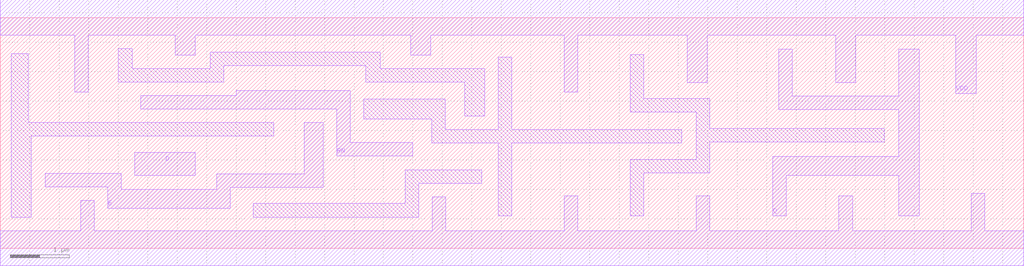
<source format=lef>
# Copyright 2022 GlobalFoundries PDK Authors
#
# Licensed under the Apache License, Version 2.0 (the "License");
# you may not use this file except in compliance with the License.
# You may obtain a copy of the License at
#
#      http://www.apache.org/licenses/LICENSE-2.0
#
# Unless required by applicable law or agreed to in writing, software
# distributed under the License is distributed on an "AS IS" BASIS,
# WITHOUT WARRANTIES OR CONDITIONS OF ANY KIND, either express or implied.
# See the License for the specific language governing permissions and
# limitations under the License.

MACRO gf180mcu_fd_sc_mcu7t5v0__latrnq_4
  CLASS core ;
  FOREIGN gf180mcu_fd_sc_mcu7t5v0__latrnq_4 0.0 0.0 ;
  ORIGIN 0 0 ;
  SYMMETRY X Y ;
  SITE GF018hv5v_mcu_sc7 ;
  SIZE 17.36 BY 3.92 ;
  PIN D
    DIRECTION INPUT ;
    ANTENNAGATEAREA 0.552 ;
    PORT
      LAYER Metal1 ;
        POLYGON 2.285 1.24 3.31 1.24 3.31 1.63 2.285 1.63  ;
    END
  END D
  PIN E
    DIRECTION INPUT ;
    USE clock ;
    ANTENNAGATEAREA 1.2935 ;
    PORT
      LAYER Metal1 ;
        POLYGON 0.76 1.045 1.825 1.045 1.825 0.68 3.905 0.68 3.905 1.035 5.475 1.035 5.475 2.135 5.16 2.135 5.16 1.265 3.675 1.265 3.675 1 2.055 1 2.055 1.275 0.76 1.275  ;
    END
  END E
  PIN RN
    DIRECTION INPUT ;
    ANTENNAGATEAREA 0.789 ;
    PORT
      LAYER Metal1 ;
        POLYGON 2.38 2.365 4.64 2.365 5.705 2.365 5.705 1.565 7 1.565 7 1.795 5.935 1.795 5.935 2.68 4.64 2.68 4 2.68 4 2.595 2.38 2.595  ;
    END
  END RN
  PIN Q
    DIRECTION OUTPUT ;
    ANTENNADIFFAREA 2.1216 ;
    PORT
      LAYER Metal1 ;
        POLYGON 13.205 2.355 14.99 2.355 15.24 2.355 15.24 1.56 13.105 1.56 13.105 0.55 13.335 0.55 13.335 1.24 15.24 1.24 15.24 0.55 15.59 0.55 15.59 3.38 15.24 3.38 15.24 2.585 14.99 2.585 13.435 2.585 13.435 3.38 13.205 3.38  ;
    END
  END Q
  PIN VDD
    DIRECTION INOUT ;
    USE power ;
    SHAPE ABUTMENT ;
    PORT
      LAYER Metal1 ;
        POLYGON 0 3.62 1.265 3.62 1.265 2.655 1.495 2.655 1.495 3.62 2.97 3.62 2.97 3.285 3.31 3.285 3.31 3.62 6.96 3.62 6.96 3.285 7.3 3.285 7.3 3.62 8.215 3.62 9.565 3.62 9.565 2.655 9.795 2.655 9.795 3.62 11.65 3.62 11.65 2.815 11.99 2.815 11.99 3.62 14.17 3.62 14.17 2.815 14.51 2.815 14.51 3.62 14.99 3.62 16.21 3.62 16.21 2.625 16.55 2.625 16.55 3.62 17.36 3.62 17.36 4.22 14.99 4.22 8.215 4.22 0 4.22  ;
    END
  END VDD
  PIN VSS
    DIRECTION INOUT ;
    USE ground ;
    SHAPE ABUTMENT ;
    PORT
      LAYER Metal1 ;
        POLYGON 0 -0.3 17.36 -0.3 17.36 0.3 16.695 0.3 16.695 0.93 16.465 0.93 16.465 0.3 14.455 0.3 14.455 0.89 14.225 0.89 14.225 0.3 12.035 0.3 12.035 0.89 11.805 0.89 11.805 0.3 9.795 0.3 9.795 0.89 9.565 0.89 9.565 0.3 7.555 0.3 7.555 0.875 7.325 0.875 7.325 0.3 1.595 0.3 1.595 0.815 1.365 0.815 1.365 0.3 0 0.3  ;
    END
  END VSS
  OBS
      LAYER Metal1 ;
        POLYGON 0.19 0.53 0.53 0.53 0.53 1.905 4.64 1.905 4.64 2.135 0.475 2.135 0.475 3.31 0.19 3.31  ;
        POLYGON 4.29 0.53 7.095 0.53 7.095 1.105 8.17 1.105 8.17 1.335 6.865 1.335 6.865 0.76 4.29 0.76  ;
        POLYGON 2.005 2.825 3.79 2.825 3.79 3.105 6.195 3.105 6.195 2.825 7.875 2.825 7.875 2.25 8.215 2.25 8.215 3.055 6.445 3.055 6.445 3.335 3.56 3.335 3.56 3.055 2.235 3.055 2.235 3.39 2.005 3.39  ;
        POLYGON 6.165 2.195 7.315 2.195 7.315 1.79 8.445 1.79 8.445 0.55 8.675 0.55 8.675 1.79 11.56 1.79 11.56 2.02 8.675 2.02 8.675 3.25 8.445 3.25 8.445 2.02 7.545 2.02 7.545 2.535 6.165 2.535  ;
        POLYGON 10.685 2.315 11.805 2.315 11.805 1.51 10.685 1.51 10.685 0.55 10.915 0.55 10.915 1.28 12.035 1.28 12.035 1.805 14.99 1.805 14.99 2.035 12.035 2.035 12.035 2.545 10.915 2.545 10.915 3.29 10.685 3.29  ;
  END
END gf180mcu_fd_sc_mcu7t5v0__latrnq_4

</source>
